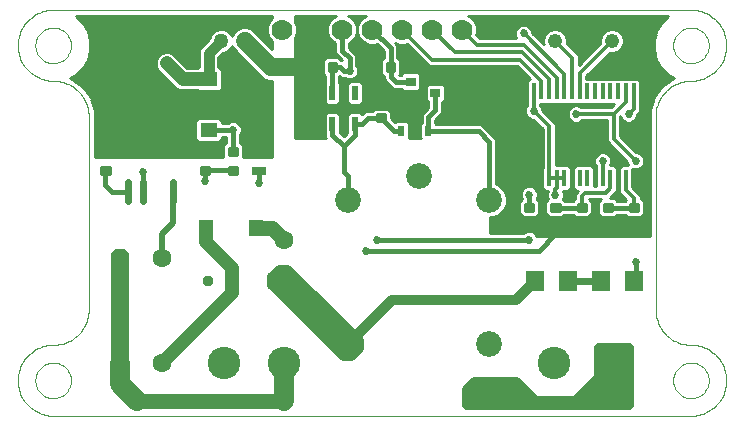
<source format=gtl>
G75*
%MOIN*%
%OFA0B0*%
%FSLAX24Y24*%
%IPPOS*%
%LPD*%
%AMOC8*
5,1,8,0,0,1.08239X$1,22.5*
%
%ADD10C,0.0000*%
%ADD11OC8,0.0500*%
%ADD12C,0.0500*%
%ADD13OC8,0.0630*%
%ADD14C,0.0630*%
%ADD15C,0.0240*%
%ADD16R,0.0472X0.0315*%
%ADD17R,0.0248X0.0327*%
%ADD18R,0.0354X0.0315*%
%ADD19C,0.0860*%
%ADD20R,0.0217X0.0472*%
%ADD21R,0.0137X0.0550*%
%ADD22C,0.0094*%
%ADD23C,0.0480*%
%ADD24R,0.0630X0.0709*%
%ADD25C,0.1083*%
%ADD26C,0.0700*%
%ADD27R,0.0500X0.0579*%
%ADD28R,0.0579X0.0500*%
%ADD29C,0.0376*%
%ADD30C,0.0416*%
%ADD31C,0.0500*%
%ADD32C,0.0450*%
%ADD33C,0.0200*%
%ADD34C,0.0160*%
%ADD35C,0.0100*%
%ADD36C,0.0270*%
%ADD37C,0.0135*%
%ADD38C,0.0120*%
%ADD39C,0.0350*%
%ADD40C,0.0600*%
%ADD41C,0.0660*%
%ADD42C,0.1000*%
%ADD43C,0.0320*%
%ADD44C,0.0700*%
D10*
X001331Y000375D02*
X022591Y000375D01*
X023772Y001556D02*
X023770Y001622D01*
X023765Y001688D01*
X023755Y001754D01*
X023742Y001819D01*
X023726Y001883D01*
X023706Y001946D01*
X023682Y002008D01*
X023655Y002068D01*
X023625Y002127D01*
X023591Y002184D01*
X023554Y002239D01*
X023514Y002292D01*
X023472Y002343D01*
X023426Y002391D01*
X023378Y002437D01*
X023327Y002479D01*
X023274Y002519D01*
X023219Y002556D01*
X023162Y002590D01*
X023103Y002620D01*
X023043Y002647D01*
X022981Y002671D01*
X022918Y002691D01*
X022854Y002707D01*
X022789Y002720D01*
X022723Y002730D01*
X022657Y002735D01*
X022591Y002737D01*
X023772Y001556D02*
X023770Y001490D01*
X023765Y001424D01*
X023755Y001358D01*
X023742Y001293D01*
X023726Y001229D01*
X023706Y001166D01*
X023682Y001104D01*
X023655Y001044D01*
X023625Y000985D01*
X023591Y000928D01*
X023554Y000873D01*
X023514Y000820D01*
X023472Y000769D01*
X023426Y000721D01*
X023378Y000675D01*
X023327Y000633D01*
X023274Y000593D01*
X023219Y000556D01*
X023162Y000522D01*
X023103Y000492D01*
X023043Y000465D01*
X022981Y000441D01*
X022918Y000421D01*
X022854Y000405D01*
X022789Y000392D01*
X022723Y000382D01*
X022657Y000377D01*
X022591Y000375D01*
X022000Y001556D02*
X022002Y001604D01*
X022008Y001652D01*
X022018Y001699D01*
X022031Y001745D01*
X022049Y001790D01*
X022069Y001834D01*
X022094Y001876D01*
X022122Y001915D01*
X022152Y001952D01*
X022186Y001986D01*
X022223Y002018D01*
X022261Y002047D01*
X022302Y002072D01*
X022345Y002094D01*
X022390Y002112D01*
X022436Y002126D01*
X022483Y002137D01*
X022531Y002144D01*
X022579Y002147D01*
X022627Y002146D01*
X022675Y002141D01*
X022723Y002132D01*
X022769Y002120D01*
X022814Y002103D01*
X022858Y002083D01*
X022900Y002060D01*
X022940Y002033D01*
X022978Y002003D01*
X023013Y001970D01*
X023045Y001934D01*
X023075Y001896D01*
X023101Y001855D01*
X023123Y001812D01*
X023143Y001768D01*
X023158Y001723D01*
X023170Y001676D01*
X023178Y001628D01*
X023182Y001580D01*
X023182Y001532D01*
X023178Y001484D01*
X023170Y001436D01*
X023158Y001389D01*
X023143Y001344D01*
X023123Y001300D01*
X023101Y001257D01*
X023075Y001216D01*
X023045Y001178D01*
X023013Y001142D01*
X022978Y001109D01*
X022940Y001079D01*
X022900Y001052D01*
X022858Y001029D01*
X022814Y001009D01*
X022769Y000992D01*
X022723Y000980D01*
X022675Y000971D01*
X022627Y000966D01*
X022579Y000965D01*
X022531Y000968D01*
X022483Y000975D01*
X022436Y000986D01*
X022390Y001000D01*
X022345Y001018D01*
X022302Y001040D01*
X022261Y001065D01*
X022223Y001094D01*
X022186Y001126D01*
X022152Y001160D01*
X022122Y001197D01*
X022094Y001236D01*
X022069Y001278D01*
X022049Y001322D01*
X022031Y001367D01*
X022018Y001413D01*
X022008Y001460D01*
X022002Y001508D01*
X022000Y001556D01*
X021410Y003918D02*
X021410Y010361D01*
X021412Y010427D01*
X021417Y010493D01*
X021427Y010559D01*
X021440Y010624D01*
X021456Y010688D01*
X021476Y010751D01*
X021500Y010813D01*
X021527Y010873D01*
X021557Y010932D01*
X021591Y010989D01*
X021628Y011044D01*
X021668Y011097D01*
X021710Y011148D01*
X021756Y011196D01*
X021804Y011242D01*
X021855Y011284D01*
X021908Y011324D01*
X021963Y011361D01*
X022020Y011395D01*
X022079Y011425D01*
X022139Y011452D01*
X022201Y011476D01*
X022264Y011496D01*
X022328Y011512D01*
X022393Y011525D01*
X022459Y011535D01*
X022525Y011540D01*
X022591Y011542D01*
X022657Y011544D01*
X022723Y011549D01*
X022789Y011559D01*
X022854Y011572D01*
X022918Y011588D01*
X022981Y011608D01*
X023043Y011632D01*
X023103Y011659D01*
X023162Y011689D01*
X023219Y011723D01*
X023274Y011760D01*
X023327Y011800D01*
X023378Y011842D01*
X023426Y011888D01*
X023472Y011936D01*
X023514Y011987D01*
X023554Y012040D01*
X023591Y012095D01*
X023625Y012152D01*
X023655Y012211D01*
X023682Y012271D01*
X023706Y012333D01*
X023726Y012396D01*
X023742Y012460D01*
X023755Y012525D01*
X023765Y012591D01*
X023770Y012657D01*
X023772Y012723D01*
X023770Y012789D01*
X023765Y012855D01*
X023755Y012921D01*
X023742Y012986D01*
X023726Y013050D01*
X023706Y013113D01*
X023682Y013175D01*
X023655Y013235D01*
X023625Y013294D01*
X023591Y013351D01*
X023554Y013406D01*
X023514Y013459D01*
X023472Y013510D01*
X023426Y013558D01*
X023378Y013604D01*
X023327Y013646D01*
X023274Y013686D01*
X023219Y013723D01*
X023162Y013757D01*
X023103Y013787D01*
X023043Y013814D01*
X022981Y013838D01*
X022918Y013858D01*
X022854Y013874D01*
X022789Y013887D01*
X022723Y013897D01*
X022657Y013902D01*
X022591Y013904D01*
X022591Y013905D02*
X001331Y013905D01*
X000740Y012723D02*
X000742Y012771D01*
X000748Y012819D01*
X000758Y012866D01*
X000771Y012912D01*
X000789Y012957D01*
X000809Y013001D01*
X000834Y013043D01*
X000862Y013082D01*
X000892Y013119D01*
X000926Y013153D01*
X000963Y013185D01*
X001001Y013214D01*
X001042Y013239D01*
X001085Y013261D01*
X001130Y013279D01*
X001176Y013293D01*
X001223Y013304D01*
X001271Y013311D01*
X001319Y013314D01*
X001367Y013313D01*
X001415Y013308D01*
X001463Y013299D01*
X001509Y013287D01*
X001554Y013270D01*
X001598Y013250D01*
X001640Y013227D01*
X001680Y013200D01*
X001718Y013170D01*
X001753Y013137D01*
X001785Y013101D01*
X001815Y013063D01*
X001841Y013022D01*
X001863Y012979D01*
X001883Y012935D01*
X001898Y012890D01*
X001910Y012843D01*
X001918Y012795D01*
X001922Y012747D01*
X001922Y012699D01*
X001918Y012651D01*
X001910Y012603D01*
X001898Y012556D01*
X001883Y012511D01*
X001863Y012467D01*
X001841Y012424D01*
X001815Y012383D01*
X001785Y012345D01*
X001753Y012309D01*
X001718Y012276D01*
X001680Y012246D01*
X001640Y012219D01*
X001598Y012196D01*
X001554Y012176D01*
X001509Y012159D01*
X001463Y012147D01*
X001415Y012138D01*
X001367Y012133D01*
X001319Y012132D01*
X001271Y012135D01*
X001223Y012142D01*
X001176Y012153D01*
X001130Y012167D01*
X001085Y012185D01*
X001042Y012207D01*
X001001Y012232D01*
X000963Y012261D01*
X000926Y012293D01*
X000892Y012327D01*
X000862Y012364D01*
X000834Y012403D01*
X000809Y012445D01*
X000789Y012489D01*
X000771Y012534D01*
X000758Y012580D01*
X000748Y012627D01*
X000742Y012675D01*
X000740Y012723D01*
X000150Y012723D02*
X000152Y012789D01*
X000157Y012855D01*
X000167Y012921D01*
X000180Y012986D01*
X000196Y013050D01*
X000216Y013113D01*
X000240Y013175D01*
X000267Y013235D01*
X000297Y013294D01*
X000331Y013351D01*
X000368Y013406D01*
X000408Y013459D01*
X000450Y013510D01*
X000496Y013558D01*
X000544Y013604D01*
X000595Y013646D01*
X000648Y013686D01*
X000703Y013723D01*
X000760Y013757D01*
X000819Y013787D01*
X000879Y013814D01*
X000941Y013838D01*
X001004Y013858D01*
X001068Y013874D01*
X001133Y013887D01*
X001199Y013897D01*
X001265Y013902D01*
X001331Y013904D01*
X000150Y012723D02*
X000152Y012657D01*
X000157Y012591D01*
X000167Y012525D01*
X000180Y012460D01*
X000196Y012396D01*
X000216Y012333D01*
X000240Y012271D01*
X000267Y012211D01*
X000297Y012152D01*
X000331Y012095D01*
X000368Y012040D01*
X000408Y011987D01*
X000450Y011936D01*
X000496Y011888D01*
X000544Y011842D01*
X000595Y011800D01*
X000648Y011760D01*
X000703Y011723D01*
X000760Y011689D01*
X000819Y011659D01*
X000879Y011632D01*
X000941Y011608D01*
X001004Y011588D01*
X001068Y011572D01*
X001133Y011559D01*
X001199Y011549D01*
X001265Y011544D01*
X001331Y011542D01*
X001397Y011540D01*
X001463Y011535D01*
X001529Y011525D01*
X001594Y011512D01*
X001658Y011496D01*
X001721Y011476D01*
X001783Y011452D01*
X001843Y011425D01*
X001902Y011395D01*
X001959Y011361D01*
X002014Y011324D01*
X002067Y011284D01*
X002118Y011242D01*
X002166Y011196D01*
X002212Y011148D01*
X002254Y011097D01*
X002294Y011044D01*
X002331Y010989D01*
X002365Y010932D01*
X002395Y010873D01*
X002422Y010813D01*
X002446Y010751D01*
X002466Y010688D01*
X002482Y010624D01*
X002495Y010559D01*
X002505Y010493D01*
X002510Y010427D01*
X002512Y010361D01*
X002512Y003918D01*
X002510Y003852D01*
X002505Y003786D01*
X002495Y003720D01*
X002482Y003655D01*
X002466Y003591D01*
X002446Y003528D01*
X002422Y003466D01*
X002395Y003406D01*
X002365Y003347D01*
X002331Y003290D01*
X002294Y003235D01*
X002254Y003182D01*
X002212Y003131D01*
X002166Y003083D01*
X002118Y003037D01*
X002067Y002995D01*
X002014Y002955D01*
X001959Y002918D01*
X001902Y002884D01*
X001843Y002854D01*
X001783Y002827D01*
X001721Y002803D01*
X001658Y002783D01*
X001594Y002767D01*
X001529Y002754D01*
X001463Y002744D01*
X001397Y002739D01*
X001331Y002737D01*
X001265Y002735D01*
X001199Y002730D01*
X001133Y002720D01*
X001068Y002707D01*
X001004Y002691D01*
X000941Y002671D01*
X000879Y002647D01*
X000819Y002620D01*
X000760Y002590D01*
X000703Y002556D01*
X000648Y002519D01*
X000595Y002479D01*
X000544Y002437D01*
X000496Y002391D01*
X000450Y002343D01*
X000408Y002292D01*
X000368Y002239D01*
X000331Y002184D01*
X000297Y002127D01*
X000267Y002068D01*
X000240Y002008D01*
X000216Y001946D01*
X000196Y001883D01*
X000180Y001819D01*
X000167Y001754D01*
X000157Y001688D01*
X000152Y001622D01*
X000150Y001556D01*
X000152Y001490D01*
X000157Y001424D01*
X000167Y001358D01*
X000180Y001293D01*
X000196Y001229D01*
X000216Y001166D01*
X000240Y001104D01*
X000267Y001044D01*
X000297Y000985D01*
X000331Y000928D01*
X000368Y000873D01*
X000408Y000820D01*
X000450Y000769D01*
X000496Y000721D01*
X000544Y000675D01*
X000595Y000633D01*
X000648Y000593D01*
X000703Y000556D01*
X000760Y000522D01*
X000819Y000492D01*
X000879Y000465D01*
X000941Y000441D01*
X001004Y000421D01*
X001068Y000405D01*
X001133Y000392D01*
X001199Y000382D01*
X001265Y000377D01*
X001331Y000375D01*
X000740Y001556D02*
X000742Y001604D01*
X000748Y001652D01*
X000758Y001699D01*
X000771Y001745D01*
X000789Y001790D01*
X000809Y001834D01*
X000834Y001876D01*
X000862Y001915D01*
X000892Y001952D01*
X000926Y001986D01*
X000963Y002018D01*
X001001Y002047D01*
X001042Y002072D01*
X001085Y002094D01*
X001130Y002112D01*
X001176Y002126D01*
X001223Y002137D01*
X001271Y002144D01*
X001319Y002147D01*
X001367Y002146D01*
X001415Y002141D01*
X001463Y002132D01*
X001509Y002120D01*
X001554Y002103D01*
X001598Y002083D01*
X001640Y002060D01*
X001680Y002033D01*
X001718Y002003D01*
X001753Y001970D01*
X001785Y001934D01*
X001815Y001896D01*
X001841Y001855D01*
X001863Y001812D01*
X001883Y001768D01*
X001898Y001723D01*
X001910Y001676D01*
X001918Y001628D01*
X001922Y001580D01*
X001922Y001532D01*
X001918Y001484D01*
X001910Y001436D01*
X001898Y001389D01*
X001883Y001344D01*
X001863Y001300D01*
X001841Y001257D01*
X001815Y001216D01*
X001785Y001178D01*
X001753Y001142D01*
X001718Y001109D01*
X001680Y001079D01*
X001640Y001052D01*
X001598Y001029D01*
X001554Y001009D01*
X001509Y000992D01*
X001463Y000980D01*
X001415Y000971D01*
X001367Y000966D01*
X001319Y000965D01*
X001271Y000968D01*
X001223Y000975D01*
X001176Y000986D01*
X001130Y001000D01*
X001085Y001018D01*
X001042Y001040D01*
X001001Y001065D01*
X000963Y001094D01*
X000926Y001126D01*
X000892Y001160D01*
X000862Y001197D01*
X000834Y001236D01*
X000809Y001278D01*
X000789Y001322D01*
X000771Y001367D01*
X000758Y001413D01*
X000748Y001460D01*
X000742Y001508D01*
X000740Y001556D01*
X021410Y003918D02*
X021412Y003852D01*
X021417Y003786D01*
X021427Y003720D01*
X021440Y003655D01*
X021456Y003591D01*
X021476Y003528D01*
X021500Y003466D01*
X021527Y003406D01*
X021557Y003347D01*
X021591Y003290D01*
X021628Y003235D01*
X021668Y003182D01*
X021710Y003131D01*
X021756Y003083D01*
X021804Y003037D01*
X021855Y002995D01*
X021908Y002955D01*
X021963Y002918D01*
X022020Y002884D01*
X022079Y002854D01*
X022139Y002827D01*
X022201Y002803D01*
X022264Y002783D01*
X022328Y002767D01*
X022393Y002754D01*
X022459Y002744D01*
X022525Y002739D01*
X022591Y002737D01*
X022000Y012723D02*
X022002Y012771D01*
X022008Y012819D01*
X022018Y012866D01*
X022031Y012912D01*
X022049Y012957D01*
X022069Y013001D01*
X022094Y013043D01*
X022122Y013082D01*
X022152Y013119D01*
X022186Y013153D01*
X022223Y013185D01*
X022261Y013214D01*
X022302Y013239D01*
X022345Y013261D01*
X022390Y013279D01*
X022436Y013293D01*
X022483Y013304D01*
X022531Y013311D01*
X022579Y013314D01*
X022627Y013313D01*
X022675Y013308D01*
X022723Y013299D01*
X022769Y013287D01*
X022814Y013270D01*
X022858Y013250D01*
X022900Y013227D01*
X022940Y013200D01*
X022978Y013170D01*
X023013Y013137D01*
X023045Y013101D01*
X023075Y013063D01*
X023101Y013022D01*
X023123Y012979D01*
X023143Y012935D01*
X023158Y012890D01*
X023170Y012843D01*
X023178Y012795D01*
X023182Y012747D01*
X023182Y012699D01*
X023178Y012651D01*
X023170Y012603D01*
X023158Y012556D01*
X023143Y012511D01*
X023123Y012467D01*
X023101Y012424D01*
X023075Y012383D01*
X023045Y012345D01*
X023013Y012309D01*
X022978Y012276D01*
X022940Y012246D01*
X022900Y012219D01*
X022858Y012196D01*
X022814Y012176D01*
X022769Y012159D01*
X022723Y012147D01*
X022675Y012138D01*
X022627Y012133D01*
X022579Y012132D01*
X022531Y012135D01*
X022483Y012142D01*
X022436Y012153D01*
X022390Y012167D01*
X022345Y012185D01*
X022302Y012207D01*
X022261Y012232D01*
X022223Y012261D01*
X022186Y012293D01*
X022152Y012327D01*
X022122Y012364D01*
X022094Y012403D01*
X022069Y012445D01*
X022049Y012489D01*
X022031Y012534D01*
X022018Y012580D01*
X022008Y012627D01*
X022002Y012675D01*
X022000Y012723D01*
D11*
X007718Y012875D03*
D12*
X006931Y012875D03*
D13*
X003573Y005625D03*
X003573Y002125D03*
D14*
X004951Y002125D03*
X009012Y004875D03*
X009012Y006253D03*
X004951Y005625D03*
D15*
X005325Y007530D02*
X005325Y008160D01*
X004325Y008160D02*
X004325Y007530D01*
X003825Y007530D02*
X003825Y008160D01*
X003825Y009590D02*
X003825Y010220D01*
X004325Y010220D02*
X004325Y009590D01*
X004825Y009590D02*
X004825Y010220D01*
X005325Y010220D02*
X005325Y009590D01*
X018501Y004875D02*
X019586Y004875D01*
D16*
X008200Y008521D03*
X008200Y009229D03*
D17*
X012934Y009875D03*
X013840Y009875D03*
D18*
X013244Y010766D03*
X014070Y011140D03*
X013244Y011514D03*
D19*
X013510Y008354D03*
X011148Y007567D03*
X015872Y007567D03*
X015872Y002764D03*
X011148Y002764D03*
D20*
X011012Y010113D03*
X011386Y010113D03*
X010638Y010113D03*
X010638Y011137D03*
X011386Y011137D03*
D21*
X017349Y011189D03*
X017605Y011189D03*
X017861Y011189D03*
X018117Y011189D03*
X018372Y011189D03*
X018628Y011189D03*
X018884Y011189D03*
X019140Y011189D03*
X019396Y011189D03*
X019652Y011189D03*
X019908Y011189D03*
X020164Y011189D03*
X020420Y011189D03*
X020676Y011189D03*
X020676Y008311D03*
X020420Y008311D03*
X020164Y008311D03*
X019908Y008311D03*
X019652Y008311D03*
X019396Y008311D03*
X019140Y008311D03*
X018884Y008311D03*
X018628Y008311D03*
X018372Y008311D03*
X018117Y008311D03*
X017861Y008311D03*
X017605Y008311D03*
X017349Y008311D03*
D22*
X017340Y007425D02*
X017340Y007205D01*
X017060Y007205D01*
X017060Y007425D01*
X017340Y007425D01*
X017340Y007298D02*
X017060Y007298D01*
X017060Y007391D02*
X017340Y007391D01*
X017935Y007425D02*
X017935Y007205D01*
X017935Y007425D02*
X018215Y007425D01*
X018215Y007205D01*
X017935Y007205D01*
X017935Y007298D02*
X018215Y007298D01*
X018215Y007391D02*
X017935Y007391D01*
X019090Y007425D02*
X019090Y007205D01*
X018810Y007205D01*
X018810Y007425D01*
X019090Y007425D01*
X019090Y007298D02*
X018810Y007298D01*
X018810Y007391D02*
X019090Y007391D01*
X019685Y007425D02*
X019685Y007205D01*
X019685Y007425D02*
X019965Y007425D01*
X019965Y007205D01*
X019685Y007205D01*
X019685Y007298D02*
X019965Y007298D01*
X019965Y007391D02*
X019685Y007391D01*
X020840Y007425D02*
X020840Y007205D01*
X020560Y007205D01*
X020560Y007425D01*
X020840Y007425D01*
X020840Y007298D02*
X020560Y007298D01*
X020560Y007391D02*
X020840Y007391D01*
X020840Y006795D02*
X020840Y006575D01*
X020560Y006575D01*
X020560Y006795D01*
X020840Y006795D01*
X020840Y006668D02*
X020560Y006668D01*
X020560Y006761D02*
X020840Y006761D01*
X019685Y006795D02*
X019685Y006575D01*
X019685Y006795D02*
X019965Y006795D01*
X019965Y006575D01*
X019685Y006575D01*
X019685Y006668D02*
X019965Y006668D01*
X019965Y006761D02*
X019685Y006761D01*
X019090Y006795D02*
X019090Y006575D01*
X018810Y006575D01*
X018810Y006795D01*
X019090Y006795D01*
X019090Y006668D02*
X018810Y006668D01*
X018810Y006761D02*
X019090Y006761D01*
X017935Y006795D02*
X017935Y006575D01*
X017935Y006795D02*
X018215Y006795D01*
X018215Y006575D01*
X017935Y006575D01*
X017935Y006668D02*
X018215Y006668D01*
X018215Y006761D02*
X017935Y006761D01*
X017340Y006795D02*
X017340Y006575D01*
X017060Y006575D01*
X017060Y006795D01*
X017340Y006795D01*
X017340Y006668D02*
X017060Y006668D01*
X017060Y006761D02*
X017340Y006761D01*
X012402Y010200D02*
X012402Y010420D01*
X012402Y010200D02*
X012122Y010200D01*
X012122Y010420D01*
X012402Y010420D01*
X012402Y010293D02*
X012122Y010293D01*
X012122Y010386D02*
X012402Y010386D01*
X012402Y010830D02*
X012402Y011050D01*
X012402Y010830D02*
X012122Y010830D01*
X012122Y011050D01*
X012402Y011050D01*
X012402Y010923D02*
X012122Y010923D01*
X012122Y011016D02*
X012402Y011016D01*
X012467Y011860D02*
X012687Y011860D01*
X012467Y011860D02*
X012467Y012140D01*
X012687Y012140D01*
X012687Y011860D01*
X012687Y011953D02*
X012467Y011953D01*
X012467Y012046D02*
X012687Y012046D01*
X012687Y012139D02*
X012467Y012139D01*
X012057Y011860D02*
X011837Y011860D01*
X011837Y012140D01*
X012057Y012140D01*
X012057Y011860D01*
X012057Y011953D02*
X011837Y011953D01*
X011837Y012046D02*
X012057Y012046D01*
X012057Y012139D02*
X011837Y012139D01*
X010750Y012140D02*
X010530Y012140D01*
X010750Y012140D02*
X010750Y011860D01*
X010530Y011860D01*
X010530Y012140D01*
X010530Y011953D02*
X010750Y011953D01*
X010750Y012046D02*
X010530Y012046D01*
X010530Y012139D02*
X010750Y012139D01*
X010120Y012140D02*
X009900Y012140D01*
X010120Y012140D02*
X010120Y011860D01*
X009900Y011860D01*
X009900Y012140D01*
X009900Y011953D02*
X010120Y011953D01*
X010120Y012046D02*
X009900Y012046D01*
X009900Y012139D02*
X010120Y012139D01*
X007185Y009300D02*
X007185Y009080D01*
X007185Y009300D02*
X007465Y009300D01*
X007465Y009080D01*
X007185Y009080D01*
X007185Y009173D02*
X007465Y009173D01*
X007465Y009266D02*
X007185Y009266D01*
X006247Y009300D02*
X006247Y009080D01*
X006247Y009300D02*
X006527Y009300D01*
X006527Y009080D01*
X006247Y009080D01*
X006247Y009173D02*
X006527Y009173D01*
X006527Y009266D02*
X006247Y009266D01*
X006247Y008670D02*
X006247Y008450D01*
X006247Y008670D02*
X006527Y008670D01*
X006527Y008450D01*
X006247Y008450D01*
X006247Y008543D02*
X006527Y008543D01*
X006527Y008636D02*
X006247Y008636D01*
X007185Y008670D02*
X007185Y008450D01*
X007185Y008670D02*
X007465Y008670D01*
X007465Y008450D01*
X007185Y008450D01*
X007185Y008543D02*
X007465Y008543D01*
X007465Y008636D02*
X007185Y008636D01*
X003215Y008670D02*
X003215Y008450D01*
X002935Y008450D01*
X002935Y008670D01*
X003215Y008670D01*
X003215Y008543D02*
X002935Y008543D01*
X002935Y008636D02*
X003215Y008636D01*
X003215Y009080D02*
X003215Y009300D01*
X003215Y009080D02*
X002935Y009080D01*
X002935Y009300D01*
X003215Y009300D01*
X003215Y009173D02*
X002935Y009173D01*
X002935Y009266D02*
X003215Y009266D01*
D23*
X018062Y012875D03*
X019962Y012875D03*
D24*
X019586Y004875D03*
X018501Y004875D03*
X017399Y004875D03*
X020688Y004875D03*
D25*
X020012Y002125D03*
X018012Y002125D03*
X009012Y002125D03*
X007012Y002125D03*
D26*
X015512Y001000D03*
X014961Y013250D03*
X013961Y013250D03*
X012961Y013250D03*
X011961Y013250D03*
X010961Y013250D03*
X009961Y013250D03*
X008961Y013250D03*
D27*
X008166Y010875D03*
X009859Y010875D03*
X008109Y006625D03*
X006416Y006625D03*
D28*
X006512Y009904D03*
X006512Y011596D03*
D29*
X006494Y004875D03*
X007281Y004875D03*
D30*
X005121Y012125D03*
X003153Y012125D03*
D31*
X008109Y006625D02*
X008640Y006625D01*
X009012Y006253D01*
X009012Y004875D02*
X009037Y004875D01*
X009012Y000875D02*
X004137Y000875D01*
D32*
X004951Y002125D02*
X007281Y004455D01*
X007281Y004875D01*
X007281Y005294D01*
X006416Y006159D01*
X006416Y006625D01*
X006512Y011596D02*
X005650Y011596D01*
X005121Y012125D01*
D33*
X005325Y007845D02*
X005325Y006813D01*
X004951Y006439D01*
X004951Y005625D01*
D34*
X004325Y007845D02*
X004325Y008500D01*
X003825Y007845D02*
X003292Y007845D01*
X003075Y008063D01*
X003075Y008560D01*
X006387Y008560D02*
X006387Y008188D01*
X006387Y008560D02*
X007325Y008560D01*
X008200Y008521D02*
X008200Y008125D01*
X007325Y009190D02*
X007325Y009904D01*
X006512Y009904D01*
X010638Y009749D02*
X011012Y009375D01*
X011386Y009749D01*
X011386Y010113D01*
X011625Y010113D01*
X011822Y010310D01*
X012262Y010310D01*
X012697Y009875D01*
X012934Y009875D01*
X013840Y009875D02*
X013840Y010328D01*
X014070Y010558D01*
X014070Y011140D01*
X013244Y011514D02*
X012748Y011514D01*
X012577Y011685D01*
X012577Y012000D01*
X012577Y012634D01*
X011961Y013250D01*
X010961Y013250D02*
X010961Y012551D01*
X011211Y012301D01*
X011211Y011875D01*
X011012Y011875D01*
X010887Y012000D01*
X010640Y012000D01*
X010638Y011939D01*
X010638Y011137D01*
X010638Y010113D02*
X010638Y009749D01*
X011012Y009375D02*
X011012Y008500D01*
X011148Y008364D01*
X011148Y007567D01*
X012137Y006250D02*
X017200Y006250D01*
X017512Y005875D02*
X018075Y006438D01*
X018075Y006685D01*
X018950Y006685D02*
X019825Y006685D01*
X020700Y006685D01*
X020700Y007315D02*
X019825Y007315D01*
X018950Y007315D02*
X018075Y007315D01*
X017200Y007315D02*
X017200Y007750D01*
X015872Y007567D02*
X015872Y009515D01*
X015512Y009875D01*
X013840Y009875D01*
X011762Y005875D02*
X017512Y005875D01*
X017399Y004875D02*
X017387Y004875D01*
X020751Y004938D02*
X020751Y005500D01*
D35*
X021210Y006375D02*
X017456Y006375D01*
X017441Y006411D01*
X017361Y006492D01*
X017256Y006535D01*
X017143Y006535D01*
X017038Y006492D01*
X017027Y006480D01*
X015887Y006480D01*
X015887Y006987D01*
X015988Y006987D01*
X016201Y007075D01*
X016364Y007238D01*
X016452Y007452D01*
X016452Y007682D01*
X016364Y007895D01*
X016201Y008059D01*
X016102Y008099D01*
X016102Y009610D01*
X015742Y009970D01*
X015607Y010105D01*
X014109Y010105D01*
X014070Y010145D01*
X014070Y010232D01*
X014300Y010463D01*
X014300Y010833D01*
X014310Y010833D01*
X014397Y010921D01*
X014397Y011360D01*
X014310Y011448D01*
X013831Y011448D01*
X013743Y011360D01*
X013743Y010921D01*
X013831Y010833D01*
X013840Y010833D01*
X013840Y010653D01*
X013745Y010558D01*
X013610Y010423D01*
X013610Y010145D01*
X013566Y010101D01*
X013566Y009649D01*
X013590Y009625D01*
X013184Y009625D01*
X013208Y009649D01*
X013208Y010101D01*
X013121Y010188D01*
X012748Y010188D01*
X012729Y010169D01*
X012599Y010298D01*
X012599Y010502D01*
X012484Y010618D01*
X012041Y010618D01*
X011963Y010540D01*
X011727Y010540D01*
X011621Y010435D01*
X011557Y010499D01*
X011216Y010499D01*
X011128Y010412D01*
X011128Y009816D01*
X011012Y009700D01*
X010896Y009816D01*
X010896Y010412D01*
X010809Y010499D01*
X010468Y010499D01*
X010380Y010412D01*
X010380Y009815D01*
X010408Y009787D01*
X010408Y009654D01*
X010437Y009625D01*
X009387Y009625D01*
X009387Y012972D01*
X009461Y013151D01*
X009461Y013349D01*
X009387Y013528D01*
X009387Y013705D01*
X010752Y013705D01*
X010678Y013674D01*
X010537Y013533D01*
X010461Y013349D01*
X010461Y013151D01*
X010537Y012967D01*
X010678Y012826D01*
X010731Y012804D01*
X010731Y012456D01*
X010957Y012230D01*
X010939Y012230D01*
X010832Y012337D01*
X010448Y012337D01*
X010332Y012221D01*
X010332Y011779D01*
X010408Y011703D01*
X010408Y011463D01*
X010380Y011435D01*
X010380Y010838D01*
X010468Y010751D01*
X010809Y010751D01*
X010896Y010838D01*
X010896Y011435D01*
X010868Y011463D01*
X010868Y011694D01*
X010917Y011645D01*
X011038Y011645D01*
X011050Y011633D01*
X011154Y011590D01*
X011268Y011590D01*
X011372Y011633D01*
X011453Y011714D01*
X011496Y011818D01*
X011496Y011932D01*
X011453Y012036D01*
X011441Y012048D01*
X011441Y012396D01*
X011191Y012646D01*
X011191Y012804D01*
X011244Y012826D01*
X011385Y012967D01*
X011461Y013151D01*
X011537Y012967D01*
X011678Y012826D01*
X011862Y012750D01*
X012060Y012750D01*
X012114Y012772D01*
X012347Y012539D01*
X012347Y012299D01*
X012270Y012221D01*
X012270Y011779D01*
X012347Y011701D01*
X012347Y011590D01*
X012653Y011284D01*
X012927Y011284D01*
X013004Y011207D01*
X013483Y011207D01*
X013571Y011295D01*
X013571Y011734D01*
X013483Y011822D01*
X013004Y011822D01*
X012927Y011744D01*
X012850Y011744D01*
X012885Y011779D01*
X012885Y012221D01*
X012807Y012299D01*
X012807Y012729D01*
X012733Y012803D01*
X012862Y012750D01*
X013060Y012750D01*
X013126Y012777D01*
X013871Y012033D01*
X016797Y012033D01*
X017217Y011613D01*
X017130Y011527D01*
X017130Y010852D01*
X017131Y010851D01*
X017131Y010724D01*
X017107Y010700D01*
X017064Y010595D01*
X017064Y010482D01*
X017107Y010377D01*
X017187Y010297D01*
X017292Y010253D01*
X017326Y010253D01*
X017643Y009936D01*
X017643Y008649D01*
X016102Y008649D01*
X016102Y008551D02*
X017642Y008551D01*
X017642Y008648D02*
X017642Y007973D01*
X017730Y007886D01*
X017822Y007886D01*
X017790Y007807D01*
X017790Y007693D01*
X017829Y007598D01*
X017738Y007507D01*
X017738Y007123D01*
X017853Y007007D01*
X018296Y007007D01*
X018374Y007085D01*
X018651Y007085D01*
X018728Y007007D01*
X019171Y007007D01*
X019287Y007123D01*
X019287Y007507D01*
X019199Y007595D01*
X019576Y007595D01*
X019488Y007507D01*
X019488Y007123D01*
X019603Y007007D01*
X020046Y007007D01*
X020124Y007085D01*
X020401Y007085D01*
X020478Y007007D01*
X020921Y007007D01*
X021037Y007123D01*
X021037Y007507D01*
X020921Y007622D01*
X020917Y007622D01*
X020917Y007715D01*
X020790Y007842D01*
X020638Y007994D01*
X020638Y008613D01*
X020694Y008590D01*
X020808Y008590D01*
X020912Y008633D01*
X020992Y008714D01*
X021036Y008818D01*
X021036Y008932D01*
X020992Y009036D01*
X020912Y009117D01*
X020808Y009160D01*
X020773Y009160D01*
X020230Y009704D01*
X020230Y010347D01*
X020238Y010355D01*
X020271Y010276D01*
X020351Y010196D01*
X020456Y010153D01*
X020569Y010153D01*
X020674Y010196D01*
X020754Y010276D01*
X020797Y010381D01*
X020797Y010415D01*
X020893Y010511D01*
X020893Y010851D01*
X020894Y010852D01*
X020894Y011527D01*
X020806Y011614D01*
X019102Y011614D01*
X019102Y011707D01*
X019881Y012486D01*
X019885Y012485D01*
X020040Y012485D01*
X020183Y012544D01*
X020293Y012654D01*
X020352Y012797D01*
X020352Y012953D01*
X020293Y013096D01*
X020183Y013206D01*
X020040Y013265D01*
X019885Y013265D01*
X019741Y013206D01*
X019632Y013096D01*
X019572Y012953D01*
X019572Y012797D01*
X019574Y012794D01*
X018846Y012066D01*
X018846Y012399D01*
X018451Y012794D01*
X018452Y012797D01*
X018452Y012953D01*
X018393Y013096D01*
X018283Y013206D01*
X018140Y013265D01*
X017985Y013265D01*
X017841Y013206D01*
X017732Y013096D01*
X017672Y012953D01*
X017672Y012797D01*
X017690Y012755D01*
X017297Y013148D01*
X017297Y013182D01*
X017254Y013286D01*
X017174Y013367D01*
X017069Y013410D01*
X016956Y013410D01*
X016851Y013367D01*
X016771Y013286D01*
X016727Y013182D01*
X016727Y013068D01*
X016769Y012967D01*
X015551Y012967D01*
X015434Y013085D01*
X015461Y013151D01*
X015461Y013349D01*
X015385Y013533D01*
X015244Y013674D01*
X015170Y013705D01*
X021829Y013705D01*
X021605Y013480D01*
X021442Y013199D01*
X021358Y012886D01*
X021358Y012561D01*
X021442Y012248D01*
X021605Y011967D01*
X021834Y011737D01*
X022022Y011629D01*
X021956Y011607D01*
X021602Y011350D01*
X021345Y010996D01*
X021210Y010580D01*
X021210Y006375D01*
X021210Y006384D02*
X017453Y006384D01*
X017371Y006482D02*
X021210Y006482D01*
X021210Y006581D02*
X015887Y006581D01*
X015887Y006679D02*
X021210Y006679D01*
X021210Y006778D02*
X015887Y006778D01*
X015887Y006876D02*
X021210Y006876D01*
X021210Y006975D02*
X015887Y006975D01*
X016196Y007073D02*
X016913Y007073D01*
X016863Y007123D02*
X016978Y007007D01*
X017421Y007007D01*
X017537Y007123D01*
X017537Y007507D01*
X017445Y007598D01*
X017485Y007693D01*
X017485Y007807D01*
X017441Y007911D01*
X017361Y007992D01*
X017256Y008035D01*
X017143Y008035D01*
X017038Y007992D01*
X016958Y007911D01*
X016915Y007807D01*
X016915Y007693D01*
X016954Y007598D01*
X016863Y007507D01*
X016863Y007123D01*
X016863Y007172D02*
X016297Y007172D01*
X016377Y007270D02*
X016863Y007270D01*
X016863Y007369D02*
X016418Y007369D01*
X016452Y007467D02*
X016863Y007467D01*
X016921Y007566D02*
X016452Y007566D01*
X016452Y007664D02*
X016927Y007664D01*
X016915Y007763D02*
X016419Y007763D01*
X016378Y007861D02*
X016937Y007861D01*
X017006Y007960D02*
X016300Y007960D01*
X016202Y008058D02*
X017642Y008058D01*
X017642Y008157D02*
X016102Y008157D01*
X016102Y008255D02*
X017642Y008255D01*
X017642Y008354D02*
X016102Y008354D01*
X016102Y008452D02*
X017642Y008452D01*
X017642Y008648D02*
X017643Y008649D01*
X017643Y008748D02*
X016102Y008748D01*
X016102Y008846D02*
X017643Y008846D01*
X017643Y008945D02*
X016102Y008945D01*
X016102Y009043D02*
X017643Y009043D01*
X017643Y009142D02*
X016102Y009142D01*
X016102Y009240D02*
X017643Y009240D01*
X017643Y009339D02*
X016102Y009339D01*
X016102Y009437D02*
X017643Y009437D01*
X017643Y009536D02*
X016102Y009536D01*
X016078Y009634D02*
X017643Y009634D01*
X017643Y009733D02*
X015980Y009733D01*
X015881Y009831D02*
X017643Y009831D01*
X017643Y009930D02*
X015783Y009930D01*
X015684Y010028D02*
X017552Y010028D01*
X017453Y010127D02*
X014088Y010127D01*
X014070Y010225D02*
X017355Y010225D01*
X017161Y010324D02*
X014161Y010324D01*
X014259Y010422D02*
X017089Y010422D01*
X017064Y010521D02*
X014300Y010521D01*
X014300Y010619D02*
X017074Y010619D01*
X017125Y010718D02*
X014300Y010718D01*
X014300Y010816D02*
X017131Y010816D01*
X017130Y010915D02*
X014391Y010915D01*
X014397Y011013D02*
X017130Y011013D01*
X017130Y011112D02*
X014397Y011112D01*
X014397Y011210D02*
X017130Y011210D01*
X017130Y011309D02*
X014397Y011309D01*
X014350Y011407D02*
X017130Y011407D01*
X017130Y011506D02*
X013571Y011506D01*
X013571Y011604D02*
X017208Y011604D01*
X017127Y011703D02*
X013571Y011703D01*
X013504Y011801D02*
X017029Y011801D01*
X016930Y011900D02*
X012885Y011900D01*
X012885Y011998D02*
X016832Y011998D01*
X017659Y012786D02*
X017677Y012786D01*
X017672Y012885D02*
X017560Y012885D01*
X017462Y012983D02*
X017685Y012983D01*
X017726Y013082D02*
X017363Y013082D01*
X017297Y013180D02*
X017816Y013180D01*
X018309Y013180D02*
X019716Y013180D01*
X019626Y013082D02*
X018399Y013082D01*
X018440Y012983D02*
X019585Y012983D01*
X019572Y012885D02*
X018452Y012885D01*
X018459Y012786D02*
X019566Y012786D01*
X019467Y012688D02*
X018557Y012688D01*
X018656Y012589D02*
X019369Y012589D01*
X019270Y012491D02*
X018754Y012491D01*
X018846Y012392D02*
X019172Y012392D01*
X019073Y012294D02*
X018846Y012294D01*
X018846Y012195D02*
X018975Y012195D01*
X018876Y012097D02*
X018846Y012097D01*
X019294Y011900D02*
X021672Y011900D01*
X021586Y011998D02*
X019393Y011998D01*
X019491Y012097D02*
X021530Y012097D01*
X021473Y012195D02*
X019590Y012195D01*
X019688Y012294D02*
X021430Y012294D01*
X021404Y012392D02*
X019787Y012392D01*
X020053Y012491D02*
X021377Y012491D01*
X021358Y012589D02*
X020228Y012589D01*
X020307Y012688D02*
X021358Y012688D01*
X021358Y012786D02*
X020347Y012786D01*
X020352Y012885D02*
X021358Y012885D01*
X021384Y012983D02*
X020340Y012983D01*
X020299Y013082D02*
X021411Y013082D01*
X021437Y013180D02*
X020209Y013180D01*
X021488Y013279D02*
X017257Y013279D01*
X017148Y013377D02*
X021545Y013377D01*
X021602Y013476D02*
X015409Y013476D01*
X015450Y013377D02*
X016876Y013377D01*
X016767Y013279D02*
X015461Y013279D01*
X015461Y013180D02*
X016727Y013180D01*
X016727Y013082D02*
X015437Y013082D01*
X015536Y012983D02*
X016763Y012983D01*
X015344Y013574D02*
X021698Y013574D01*
X021797Y013673D02*
X015246Y013673D01*
X013314Y012589D02*
X012807Y012589D01*
X012807Y012491D02*
X013413Y012491D01*
X013511Y012392D02*
X012807Y012392D01*
X012813Y012294D02*
X013610Y012294D01*
X013708Y012195D02*
X012885Y012195D01*
X012885Y012097D02*
X013807Y012097D01*
X012983Y011801D02*
X012885Y011801D01*
X012530Y011407D02*
X011644Y011407D01*
X011644Y011435D02*
X011557Y011523D01*
X011216Y011523D01*
X011128Y011435D01*
X011128Y010838D01*
X011216Y010751D01*
X011557Y010751D01*
X011644Y010838D01*
X011644Y011435D01*
X011574Y011506D02*
X012431Y011506D01*
X012347Y011604D02*
X011302Y011604D01*
X011198Y011506D02*
X010868Y011506D01*
X010868Y011604D02*
X011120Y011604D01*
X011128Y011407D02*
X010896Y011407D01*
X010896Y011309D02*
X011128Y011309D01*
X011128Y011210D02*
X010896Y011210D01*
X010896Y011112D02*
X011128Y011112D01*
X011128Y011013D02*
X010896Y011013D01*
X010896Y010915D02*
X011128Y010915D01*
X011150Y010816D02*
X010874Y010816D01*
X010886Y010422D02*
X011138Y010422D01*
X011128Y010324D02*
X010896Y010324D01*
X010896Y010225D02*
X011128Y010225D01*
X011128Y010127D02*
X010896Y010127D01*
X010896Y010028D02*
X011128Y010028D01*
X011128Y009930D02*
X010896Y009930D01*
X010896Y009831D02*
X011128Y009831D01*
X011044Y009733D02*
X010980Y009733D01*
X010428Y009634D02*
X009387Y009634D01*
X009387Y009733D02*
X010408Y009733D01*
X010380Y009831D02*
X009387Y009831D01*
X009387Y009930D02*
X010380Y009930D01*
X010380Y010028D02*
X009387Y010028D01*
X009387Y010127D02*
X010380Y010127D01*
X010380Y010225D02*
X009387Y010225D01*
X009387Y010324D02*
X010380Y010324D01*
X010390Y010422D02*
X009387Y010422D01*
X009387Y010521D02*
X011707Y010521D01*
X011622Y010816D02*
X013840Y010816D01*
X013840Y010718D02*
X009387Y010718D01*
X009387Y010816D02*
X010402Y010816D01*
X010380Y010915D02*
X009387Y010915D01*
X009387Y011013D02*
X010380Y011013D01*
X010380Y011112D02*
X009387Y011112D01*
X009387Y011210D02*
X010380Y011210D01*
X010380Y011309D02*
X009387Y011309D01*
X009387Y011407D02*
X010380Y011407D01*
X010408Y011506D02*
X009387Y011506D01*
X009387Y011604D02*
X010408Y011604D01*
X010408Y011703D02*
X009387Y011703D01*
X009387Y011801D02*
X010332Y011801D01*
X010332Y011900D02*
X009387Y011900D01*
X009387Y011998D02*
X010332Y011998D01*
X010332Y012097D02*
X009387Y012097D01*
X009387Y012195D02*
X010332Y012195D01*
X010404Y012294D02*
X009387Y012294D01*
X009387Y012392D02*
X010795Y012392D01*
X010731Y012491D02*
X009387Y012491D01*
X009387Y012589D02*
X010731Y012589D01*
X010731Y012688D02*
X009387Y012688D01*
X009387Y012786D02*
X010731Y012786D01*
X010619Y012885D02*
X009387Y012885D01*
X009392Y012983D02*
X010530Y012983D01*
X010490Y013082D02*
X009432Y013082D01*
X009461Y013180D02*
X010461Y013180D01*
X010461Y013279D02*
X009461Y013279D01*
X009450Y013377D02*
X010472Y013377D01*
X010513Y013476D02*
X009409Y013476D01*
X009387Y013574D02*
X010578Y013574D01*
X010676Y013673D02*
X009387Y013673D01*
X008637Y013673D02*
X002125Y013673D01*
X002093Y013705D02*
X008637Y013705D01*
X008637Y013633D01*
X008537Y013533D01*
X008461Y013349D01*
X008461Y013151D01*
X008537Y012967D01*
X008637Y012867D01*
X008637Y012593D01*
X007973Y013256D01*
X007808Y013325D01*
X007629Y013325D01*
X007464Y013256D01*
X007337Y013130D01*
X007298Y013035D01*
X007270Y013102D01*
X007158Y013214D01*
X007011Y013275D01*
X006851Y013275D01*
X006704Y013214D01*
X006592Y013102D01*
X006531Y012955D01*
X006531Y012935D01*
X006237Y012640D01*
X006187Y012521D01*
X006187Y011996D01*
X006161Y011996D01*
X006136Y011971D01*
X005805Y011971D01*
X005334Y012443D01*
X005196Y012500D01*
X005047Y012500D01*
X004909Y012443D01*
X004804Y012337D01*
X004746Y012200D01*
X004746Y012050D01*
X004804Y011913D01*
X005438Y011279D01*
X005575Y011221D01*
X006136Y011221D01*
X006161Y011196D01*
X006864Y011196D01*
X006952Y011284D01*
X006952Y011909D01*
X006864Y011996D01*
X006837Y011996D01*
X006837Y012322D01*
X006991Y012475D01*
X007011Y012475D01*
X007158Y012536D01*
X007270Y012648D01*
X007298Y012715D01*
X007337Y012620D01*
X008339Y011619D01*
X008504Y011550D01*
X008637Y011550D01*
X008637Y009000D01*
X007662Y009000D01*
X007662Y009382D01*
X007555Y009489D01*
X007555Y009730D01*
X007566Y009742D01*
X007610Y009847D01*
X007610Y009960D01*
X007566Y010065D01*
X007486Y010145D01*
X007381Y010189D01*
X007268Y010189D01*
X007163Y010145D01*
X007152Y010134D01*
X006952Y010134D01*
X006952Y010216D01*
X006864Y010304D01*
X006161Y010304D01*
X006073Y010216D01*
X006073Y009591D01*
X006161Y009504D01*
X006864Y009504D01*
X006952Y009591D01*
X006952Y009674D01*
X007095Y009674D01*
X007095Y009489D01*
X006988Y009382D01*
X006988Y009000D01*
X002712Y009000D01*
X002712Y010580D01*
X002577Y010996D01*
X002577Y010996D01*
X002320Y011350D01*
X002320Y011350D01*
X002320Y011350D01*
X001966Y011607D01*
X001900Y011629D01*
X002088Y011737D01*
X002317Y011967D01*
X002480Y012248D01*
X002564Y012561D01*
X002564Y012886D01*
X002480Y013199D01*
X002317Y013480D01*
X002093Y013705D01*
X002224Y013574D02*
X008578Y013574D01*
X008513Y013476D02*
X002320Y013476D01*
X002377Y013377D02*
X008472Y013377D01*
X008461Y013279D02*
X007920Y013279D01*
X008050Y013180D02*
X008461Y013180D01*
X008490Y013082D02*
X008148Y013082D01*
X008247Y012983D02*
X008530Y012983D01*
X008619Y012885D02*
X008345Y012885D01*
X008444Y012786D02*
X008637Y012786D01*
X008637Y012688D02*
X008542Y012688D01*
X007663Y012294D02*
X006837Y012294D01*
X006837Y012195D02*
X007762Y012195D01*
X007860Y012097D02*
X006837Y012097D01*
X006837Y011998D02*
X007959Y011998D01*
X008057Y011900D02*
X006952Y011900D01*
X006952Y011801D02*
X008156Y011801D01*
X008254Y011703D02*
X006952Y011703D01*
X006952Y011604D02*
X008373Y011604D01*
X008637Y011506D02*
X006952Y011506D01*
X006952Y011407D02*
X008637Y011407D01*
X008637Y011309D02*
X006952Y011309D01*
X006877Y011210D02*
X008637Y011210D01*
X008637Y011112D02*
X002493Y011112D01*
X002422Y011210D02*
X006147Y011210D01*
X005408Y011309D02*
X002350Y011309D01*
X002241Y011407D02*
X005309Y011407D01*
X005211Y011506D02*
X002106Y011506D01*
X001970Y011604D02*
X005112Y011604D01*
X005014Y011703D02*
X002028Y011703D01*
X001966Y011607D02*
X001966Y011607D01*
X002152Y011801D02*
X004915Y011801D01*
X004817Y011900D02*
X002250Y011900D01*
X002336Y011998D02*
X004768Y011998D01*
X004746Y012097D02*
X002393Y012097D01*
X002449Y012195D02*
X004746Y012195D01*
X004785Y012294D02*
X002492Y012294D01*
X002518Y012392D02*
X004858Y012392D01*
X005024Y012491D02*
X002545Y012491D01*
X002564Y012589D02*
X006215Y012589D01*
X006187Y012491D02*
X005219Y012491D01*
X005385Y012392D02*
X006187Y012392D01*
X006187Y012294D02*
X005483Y012294D01*
X005582Y012195D02*
X006187Y012195D01*
X006187Y012097D02*
X005680Y012097D01*
X005779Y011998D02*
X006187Y011998D01*
X006908Y012392D02*
X007565Y012392D01*
X007466Y012491D02*
X007048Y012491D01*
X007211Y012589D02*
X007368Y012589D01*
X007309Y012688D02*
X007286Y012688D01*
X007278Y013082D02*
X007317Y013082D01*
X007387Y013180D02*
X007192Y013180D01*
X007517Y013279D02*
X002434Y013279D01*
X002485Y013180D02*
X006670Y013180D01*
X006584Y013082D02*
X002511Y013082D01*
X002538Y012983D02*
X006543Y012983D01*
X006481Y012885D02*
X002564Y012885D01*
X002564Y012786D02*
X006382Y012786D01*
X006284Y012688D02*
X002564Y012688D01*
X002565Y011013D02*
X008637Y011013D01*
X008637Y010915D02*
X002603Y010915D01*
X002636Y010816D02*
X008637Y010816D01*
X008637Y010718D02*
X002668Y010718D01*
X002700Y010619D02*
X008637Y010619D01*
X008637Y010521D02*
X002712Y010521D01*
X002712Y010422D02*
X008637Y010422D01*
X008637Y010324D02*
X002712Y010324D01*
X002712Y010225D02*
X006082Y010225D01*
X006073Y010127D02*
X002712Y010127D01*
X002712Y010028D02*
X006073Y010028D01*
X006073Y009930D02*
X002712Y009930D01*
X002712Y009831D02*
X006073Y009831D01*
X006073Y009733D02*
X002712Y009733D01*
X002712Y009634D02*
X006073Y009634D01*
X006129Y009536D02*
X002712Y009536D01*
X002712Y009437D02*
X007043Y009437D01*
X007095Y009536D02*
X006896Y009536D01*
X006952Y009634D02*
X007095Y009634D01*
X006988Y009339D02*
X002712Y009339D01*
X002712Y009240D02*
X006988Y009240D01*
X006988Y009142D02*
X002712Y009142D01*
X002712Y009043D02*
X006988Y009043D01*
X007662Y009043D02*
X008637Y009043D01*
X008637Y009142D02*
X007662Y009142D01*
X007662Y009240D02*
X008637Y009240D01*
X008637Y009339D02*
X007662Y009339D01*
X007607Y009437D02*
X008637Y009437D01*
X008637Y009536D02*
X007555Y009536D01*
X007555Y009634D02*
X008637Y009634D01*
X008637Y009733D02*
X007557Y009733D01*
X007603Y009831D02*
X008637Y009831D01*
X008637Y009930D02*
X007610Y009930D01*
X007582Y010028D02*
X008637Y010028D01*
X008637Y010127D02*
X007505Y010127D01*
X006942Y010225D02*
X008637Y010225D01*
X009387Y010619D02*
X013806Y010619D01*
X013707Y010521D02*
X012581Y010521D01*
X012599Y010422D02*
X013610Y010422D01*
X013610Y010324D02*
X012599Y010324D01*
X012672Y010225D02*
X013610Y010225D01*
X013592Y010127D02*
X013182Y010127D01*
X013208Y010028D02*
X013566Y010028D01*
X013566Y009930D02*
X013208Y009930D01*
X013208Y009831D02*
X013566Y009831D01*
X013566Y009733D02*
X013208Y009733D01*
X013193Y009634D02*
X013581Y009634D01*
X013749Y010915D02*
X011644Y010915D01*
X011644Y011013D02*
X013743Y011013D01*
X013743Y011112D02*
X011644Y011112D01*
X011644Y011210D02*
X013001Y011210D01*
X012628Y011309D02*
X011644Y011309D01*
X011442Y011703D02*
X012346Y011703D01*
X012270Y011801D02*
X011489Y011801D01*
X011496Y011900D02*
X012270Y011900D01*
X012270Y011998D02*
X011469Y011998D01*
X011441Y012097D02*
X012270Y012097D01*
X012270Y012195D02*
X011441Y012195D01*
X011441Y012294D02*
X012342Y012294D01*
X012347Y012392D02*
X011441Y012392D01*
X011347Y012491D02*
X012347Y012491D01*
X012297Y012589D02*
X011248Y012589D01*
X011191Y012688D02*
X012198Y012688D01*
X011775Y012786D02*
X011191Y012786D01*
X011303Y012885D02*
X011619Y012885D01*
X011530Y012983D02*
X011392Y012983D01*
X011432Y013082D02*
X011490Y013082D01*
X011461Y013151D02*
X011461Y013349D01*
X011537Y013533D01*
X011678Y013674D01*
X011752Y013705D01*
X011170Y013705D01*
X011244Y013674D01*
X011385Y013533D01*
X011461Y013349D01*
X011461Y013151D01*
X011461Y013180D02*
X011461Y013180D01*
X011461Y013279D02*
X011461Y013279D01*
X011450Y013377D02*
X011472Y013377D01*
X011513Y013476D02*
X011409Y013476D01*
X011344Y013574D02*
X011578Y013574D01*
X011676Y013673D02*
X011246Y013673D01*
X012750Y012786D02*
X012775Y012786D01*
X012807Y012688D02*
X013216Y012688D01*
X013571Y011407D02*
X013790Y011407D01*
X013743Y011309D02*
X013571Y011309D01*
X013486Y011210D02*
X013743Y011210D01*
X010893Y012294D02*
X010875Y012294D01*
X017566Y010764D02*
X020031Y010764D01*
X019922Y010655D01*
X018948Y010655D01*
X018924Y010679D01*
X018819Y010722D01*
X018706Y010722D01*
X018601Y010679D01*
X018521Y010599D01*
X018477Y010494D01*
X018477Y010381D01*
X018521Y010276D01*
X018601Y010196D01*
X018706Y010153D01*
X018819Y010153D01*
X018924Y010196D01*
X018948Y010220D01*
X019795Y010220D01*
X019795Y009524D01*
X020466Y008852D01*
X020466Y008818D01*
X020500Y008736D01*
X020289Y008736D01*
X020201Y008648D01*
X020201Y007973D01*
X020202Y007972D01*
X020202Y007815D01*
X020436Y007581D01*
X020401Y007545D01*
X020124Y007545D01*
X020046Y007622D01*
X019880Y007622D01*
X020125Y007868D01*
X020125Y007972D01*
X020126Y007973D01*
X020126Y008648D01*
X020039Y008736D01*
X019903Y008736D01*
X019937Y008818D01*
X019937Y008932D01*
X019894Y009036D01*
X019813Y009117D01*
X019709Y009160D01*
X019595Y009160D01*
X019491Y009117D01*
X019410Y009036D01*
X019367Y008932D01*
X019367Y008818D01*
X019410Y008714D01*
X019434Y008689D01*
X019434Y008649D01*
X019357Y008649D01*
X019359Y008648D02*
X019271Y008736D01*
X018754Y008736D01*
X018666Y008648D01*
X018666Y007973D01*
X018754Y007886D01*
X018840Y007886D01*
X018732Y007778D01*
X018732Y007622D01*
X018728Y007622D01*
X018651Y007545D01*
X018374Y007545D01*
X018320Y007598D01*
X018360Y007693D01*
X018360Y007807D01*
X018328Y007883D01*
X018330Y007886D01*
X018503Y007886D01*
X018591Y007973D01*
X018591Y008648D01*
X018503Y008736D01*
X018078Y008736D01*
X018078Y010117D01*
X017951Y010244D01*
X017951Y010244D01*
X017634Y010561D01*
X017634Y010595D01*
X017590Y010700D01*
X017566Y010724D01*
X017566Y010764D01*
X017573Y010718D02*
X018694Y010718D01*
X018831Y010718D02*
X019985Y010718D01*
X020230Y010324D02*
X020251Y010324D01*
X020230Y010225D02*
X020322Y010225D01*
X020230Y010127D02*
X021210Y010127D01*
X021210Y010225D02*
X020703Y010225D01*
X020773Y010324D02*
X021210Y010324D01*
X021210Y010422D02*
X020804Y010422D01*
X020893Y010521D02*
X021210Y010521D01*
X021223Y010619D02*
X020893Y010619D01*
X020893Y010718D02*
X021255Y010718D01*
X021287Y010816D02*
X020893Y010816D01*
X020894Y010915D02*
X021319Y010915D01*
X021345Y010996D02*
X021345Y010996D01*
X021357Y011013D02*
X020894Y011013D01*
X020894Y011112D02*
X021429Y011112D01*
X021501Y011210D02*
X020894Y011210D01*
X020894Y011309D02*
X021572Y011309D01*
X021602Y011350D02*
X021602Y011350D01*
X021602Y011350D01*
X021681Y011407D02*
X020894Y011407D01*
X020894Y011506D02*
X021816Y011506D01*
X021952Y011604D02*
X020817Y011604D01*
X021770Y011801D02*
X019196Y011801D01*
X019102Y011703D02*
X021894Y011703D01*
X021956Y011607D02*
X021956Y011607D01*
X019795Y010127D02*
X018068Y010127D01*
X018078Y010028D02*
X019795Y010028D01*
X019795Y009930D02*
X018078Y009930D01*
X018078Y009831D02*
X019795Y009831D01*
X019795Y009733D02*
X018078Y009733D01*
X018078Y009634D02*
X019795Y009634D01*
X019795Y009536D02*
X018078Y009536D01*
X018078Y009437D02*
X019881Y009437D01*
X019980Y009339D02*
X018078Y009339D01*
X018078Y009240D02*
X020078Y009240D01*
X020177Y009142D02*
X019753Y009142D01*
X019887Y009043D02*
X020275Y009043D01*
X020374Y008945D02*
X019932Y008945D01*
X019937Y008846D02*
X020466Y008846D01*
X020495Y008748D02*
X019908Y008748D01*
X020125Y008649D02*
X020202Y008649D01*
X020201Y008551D02*
X020126Y008551D01*
X020126Y008452D02*
X020201Y008452D01*
X020201Y008354D02*
X020126Y008354D01*
X020126Y008255D02*
X020201Y008255D01*
X020201Y008157D02*
X020126Y008157D01*
X020126Y008058D02*
X020201Y008058D01*
X020202Y007960D02*
X020125Y007960D01*
X020118Y007861D02*
X020202Y007861D01*
X020255Y007763D02*
X020020Y007763D01*
X019921Y007664D02*
X020353Y007664D01*
X020421Y007566D02*
X020103Y007566D01*
X020771Y007861D02*
X021210Y007861D01*
X021210Y007763D02*
X020870Y007763D01*
X020917Y007664D02*
X021210Y007664D01*
X021210Y007566D02*
X020978Y007566D01*
X021037Y007467D02*
X021210Y007467D01*
X021210Y007369D02*
X021037Y007369D01*
X021037Y007270D02*
X021210Y007270D01*
X021210Y007172D02*
X021037Y007172D01*
X020987Y007073D02*
X021210Y007073D01*
X020413Y007073D02*
X020112Y007073D01*
X019538Y007073D02*
X019237Y007073D01*
X019287Y007172D02*
X019488Y007172D01*
X019488Y007270D02*
X019287Y007270D01*
X019287Y007369D02*
X019488Y007369D01*
X019488Y007467D02*
X019287Y007467D01*
X019228Y007566D02*
X019546Y007566D01*
X018816Y007861D02*
X018337Y007861D01*
X018360Y007763D02*
X018732Y007763D01*
X018732Y007664D02*
X018348Y007664D01*
X018353Y007566D02*
X018671Y007566D01*
X018680Y007960D02*
X018577Y007960D01*
X018591Y008058D02*
X018666Y008058D01*
X018666Y008157D02*
X018591Y008157D01*
X018591Y008255D02*
X018666Y008255D01*
X018666Y008354D02*
X018591Y008354D01*
X018591Y008452D02*
X018666Y008452D01*
X018666Y008551D02*
X018591Y008551D01*
X018590Y008649D02*
X018667Y008649D01*
X018078Y008846D02*
X019367Y008846D01*
X019372Y008945D02*
X018078Y008945D01*
X018078Y009043D02*
X019417Y009043D01*
X019551Y009142D02*
X018078Y009142D01*
X018078Y008748D02*
X019396Y008748D01*
X019434Y008649D02*
X019433Y008648D01*
X019433Y008030D01*
X019359Y008030D01*
X019359Y008648D01*
X019359Y008551D02*
X019433Y008551D01*
X019433Y008452D02*
X019359Y008452D01*
X019359Y008354D02*
X019433Y008354D01*
X019433Y008255D02*
X019359Y008255D01*
X019359Y008157D02*
X019433Y008157D01*
X019433Y008058D02*
X019359Y008058D01*
X020638Y008058D02*
X021210Y008058D01*
X021210Y007960D02*
X020673Y007960D01*
X020638Y008157D02*
X021210Y008157D01*
X021210Y008255D02*
X020638Y008255D01*
X020638Y008354D02*
X021210Y008354D01*
X021210Y008452D02*
X020638Y008452D01*
X020638Y008551D02*
X021210Y008551D01*
X021210Y008649D02*
X020928Y008649D01*
X021007Y008748D02*
X021210Y008748D01*
X021210Y008846D02*
X021036Y008846D01*
X021031Y008945D02*
X021210Y008945D01*
X021210Y009043D02*
X020986Y009043D01*
X020852Y009142D02*
X021210Y009142D01*
X021210Y009240D02*
X020693Y009240D01*
X020595Y009339D02*
X021210Y009339D01*
X021210Y009437D02*
X020496Y009437D01*
X020398Y009536D02*
X021210Y009536D01*
X021210Y009634D02*
X020299Y009634D01*
X020230Y009733D02*
X021210Y009733D01*
X021210Y009831D02*
X020230Y009831D01*
X020230Y009930D02*
X021210Y009930D01*
X021210Y010028D02*
X020230Y010028D01*
X018572Y010225D02*
X017970Y010225D01*
X017871Y010324D02*
X018501Y010324D01*
X018477Y010422D02*
X017773Y010422D01*
X017674Y010521D02*
X018488Y010521D01*
X018541Y010619D02*
X017624Y010619D01*
X017656Y007960D02*
X017393Y007960D01*
X017462Y007861D02*
X017812Y007861D01*
X017790Y007763D02*
X017485Y007763D01*
X017473Y007664D02*
X017802Y007664D01*
X017796Y007566D02*
X017478Y007566D01*
X017537Y007467D02*
X017738Y007467D01*
X017738Y007369D02*
X017537Y007369D01*
X017537Y007270D02*
X017738Y007270D01*
X017738Y007172D02*
X017537Y007172D01*
X017487Y007073D02*
X017788Y007073D01*
X018362Y007073D02*
X018663Y007073D01*
X017029Y006482D02*
X015887Y006482D01*
X009387Y004500D02*
X009012Y004875D01*
X008825Y004688D01*
X008825Y004563D01*
X008825Y004438D01*
X008762Y004625D02*
X008887Y004750D01*
X008637Y005000D01*
X008887Y005000D01*
X009012Y004875D01*
X009012Y004750D02*
X008887Y004750D01*
X015512Y001000D02*
X015887Y001000D01*
D36*
X020751Y005500D03*
X017200Y006250D03*
X017200Y007750D03*
X018075Y007750D03*
X019652Y008875D03*
X020168Y008875D03*
X020751Y008875D03*
X020512Y010438D03*
X018762Y010438D03*
X017349Y010538D03*
X017012Y013125D03*
X011211Y011875D03*
X007325Y009904D03*
X006387Y008188D03*
X008200Y008125D03*
X004325Y008500D03*
X011762Y005875D03*
X012137Y006250D03*
D37*
X017861Y008311D02*
X018117Y008311D01*
X018372Y008311D01*
X018117Y008311D02*
X018117Y007979D01*
X018075Y007938D01*
X018075Y007750D01*
X017861Y008311D02*
X017861Y010027D01*
X017349Y010538D01*
X017349Y011189D01*
X017605Y011189D02*
X017605Y011532D01*
X016887Y012250D01*
X013961Y012250D01*
X012961Y013250D01*
X013961Y013250D02*
X014711Y012500D01*
X016950Y012500D01*
X017861Y011589D01*
X017861Y011189D01*
X018117Y011189D02*
X018117Y011646D01*
X017012Y012750D01*
X015461Y012750D01*
X014961Y013250D01*
X017012Y013125D02*
X018372Y011765D01*
X018372Y011189D01*
X018628Y011189D02*
X018628Y012309D01*
X018062Y012875D01*
X018884Y011797D02*
X019962Y012875D01*
X018884Y011797D02*
X018884Y011189D01*
X018762Y010438D02*
X020012Y010438D01*
X020012Y009614D01*
X020751Y008875D01*
X020420Y008311D02*
X020420Y007905D01*
X020700Y007625D01*
X020700Y007315D01*
X019908Y007958D02*
X019762Y007813D01*
X019075Y007813D01*
X018950Y007688D01*
X018950Y007315D01*
X019908Y007958D02*
X019908Y008311D01*
X019652Y008311D02*
X019652Y008875D01*
X020012Y010438D02*
X020420Y010845D01*
X020420Y011189D01*
X020676Y011189D02*
X020676Y010601D01*
X020512Y010438D01*
D38*
X020751Y004938D02*
X020688Y004875D01*
D39*
X006931Y012875D02*
X006512Y012456D01*
X006512Y011596D01*
D40*
X007718Y012875D02*
X008593Y012000D01*
X009387Y012000D01*
X003573Y005625D02*
X003573Y002125D01*
D41*
X003573Y001439D01*
X004137Y000875D01*
X009012Y000875D02*
X009012Y002125D01*
D42*
X011148Y002764D02*
X009037Y004875D01*
D43*
X008762Y004625D02*
X008637Y004750D01*
X008637Y005000D01*
X008887Y005250D01*
X009137Y005250D01*
X010012Y004375D01*
X011512Y002875D01*
X011512Y002625D01*
X011262Y002375D01*
X011012Y002375D01*
X008825Y004563D01*
X008762Y004625D01*
X010012Y004375D02*
X010012Y004125D01*
X011148Y002764D02*
X012634Y004250D01*
X016762Y004250D01*
X017387Y004875D01*
X019512Y002625D02*
X019512Y001625D01*
X019262Y001375D01*
X018762Y000875D01*
X019137Y000875D01*
X019512Y000875D01*
X019762Y001125D01*
X019637Y001125D01*
X019637Y002625D01*
X019512Y002625D01*
X019637Y002625D02*
X020137Y002625D01*
X020387Y002625D01*
X020387Y002500D01*
X020137Y002250D01*
X020387Y002250D01*
X020387Y001625D01*
X020262Y001500D01*
X019887Y001500D01*
X019887Y001875D01*
X019762Y002000D01*
X020012Y002250D01*
X020012Y002125D01*
X019887Y002000D01*
X019887Y001875D01*
X020137Y001625D01*
X020137Y001375D01*
X020012Y001375D01*
X019887Y001500D01*
X019762Y001375D01*
X019262Y001375D01*
X019512Y001250D02*
X019512Y001625D01*
X019637Y001375D02*
X019512Y001250D01*
X019137Y000875D01*
X019512Y000875D02*
X019512Y000750D01*
X020012Y001250D01*
X020137Y001375D01*
X020262Y001500D01*
X020137Y001625D02*
X020137Y001875D01*
X020137Y002000D02*
X019887Y002000D01*
X019762Y002000D01*
X019762Y002250D01*
X019887Y002375D01*
X020012Y002375D01*
X020012Y002250D01*
X020137Y002500D02*
X020137Y002625D01*
X020512Y002250D01*
X020512Y001375D01*
X020262Y001125D01*
X020262Y001000D01*
X020387Y000875D01*
X020262Y000875D01*
X020137Y000750D01*
X019762Y000750D02*
X020512Y000750D01*
X020512Y002625D01*
X020387Y002625D01*
X019762Y002000D02*
X019637Y002125D01*
X019637Y001375D01*
X019762Y001375D02*
X019762Y002000D01*
X019887Y001250D02*
X019762Y001125D01*
X019887Y001250D02*
X020012Y001250D01*
X020262Y001125D02*
X019762Y000750D01*
X015887Y000750D01*
X016012Y001125D01*
X016137Y001250D01*
X016012Y001125D02*
X015887Y001000D01*
X015637Y000750D01*
X015512Y000750D01*
X015137Y000750D01*
X015762Y001250D01*
X016012Y001125D01*
X016387Y001250D02*
X015512Y001000D01*
X015262Y001125D01*
X015137Y001125D01*
X015137Y001000D01*
X015137Y000750D01*
X015137Y001000D02*
X015512Y000750D01*
X015637Y000750D02*
X015887Y000750D01*
X015512Y001000D02*
X015762Y001500D01*
X015387Y001125D01*
X015262Y001125D01*
X015137Y001125D02*
X015137Y001250D01*
X015387Y001500D01*
X015762Y001500D01*
X016387Y001500D01*
X016512Y001500D01*
X016512Y001375D01*
X016887Y001375D01*
X016762Y001500D01*
X016512Y001250D01*
X016512Y001125D01*
X016762Y001500D01*
X016512Y001500D01*
X016387Y001500D02*
X016387Y001375D01*
X016387Y001250D02*
X017012Y001250D01*
X017137Y001125D01*
X017387Y000875D01*
X018762Y000875D01*
X017137Y001125D02*
X017012Y001125D01*
X016887Y001250D01*
X016887Y001000D01*
X016887Y001250D02*
X016887Y001375D01*
X017012Y001250D01*
X016512Y001125D02*
X016512Y001000D01*
X016387Y001250D02*
X016512Y001375D01*
D44*
X016887Y001000D02*
X016012Y001125D01*
X016012Y001000D01*
X015887Y001000D01*
M02*

</source>
